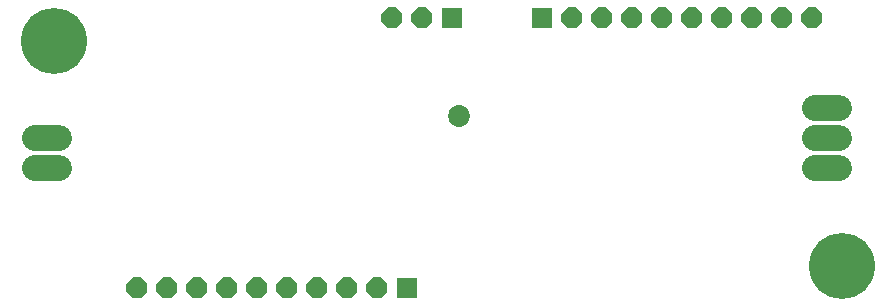
<source format=gbr>
G04 EAGLE Gerber RS-274X export*
G75*
%MOMM*%
%FSLAX34Y34*%
%LPD*%
%INSoldermask Bottom*%
%IPPOS*%
%AMOC8*
5,1,8,0,0,1.08239X$1,22.5*%
G01*
%ADD10C,2.235200*%
%ADD11R,1.778000X1.778000*%
%ADD12P,1.924489X8X112.500000*%
%ADD13P,1.924489X8X292.500000*%
%ADD14C,5.588000*%
%ADD15C,1.854200*%


D10*
X675894Y114300D02*
X695706Y114300D01*
X695706Y165100D02*
X675894Y165100D01*
X35306Y139700D02*
X15494Y139700D01*
X15494Y114300D02*
X35306Y114300D01*
D11*
X444500Y241300D03*
D12*
X469900Y241300D03*
X495300Y241300D03*
X520700Y241300D03*
X546100Y241300D03*
X571500Y241300D03*
X596900Y241300D03*
X622300Y241300D03*
X647700Y241300D03*
X673100Y241300D03*
D11*
X330200Y12700D03*
D13*
X304800Y12700D03*
X279400Y12700D03*
X254000Y12700D03*
X228600Y12700D03*
X203200Y12700D03*
X177800Y12700D03*
X152400Y12700D03*
X127000Y12700D03*
X101600Y12700D03*
D14*
X698500Y31750D03*
D10*
X695706Y139700D02*
X675894Y139700D01*
D14*
X31750Y222250D03*
D11*
X368300Y241300D03*
D13*
X342900Y241300D03*
X317500Y241300D03*
D15*
X374650Y158750D03*
M02*

</source>
